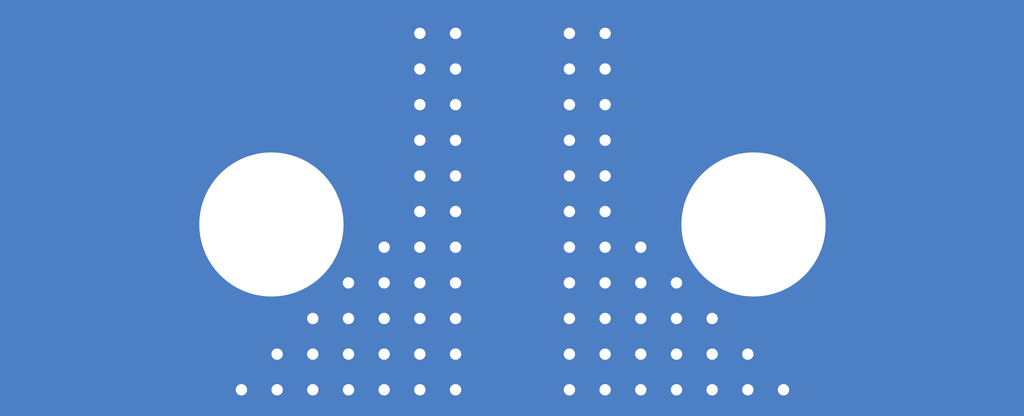
<source format=kicad_pcb>
(kicad_pcb (version 20171130) (host pcbnew "(5.1.8)-1")

  (general
    (thickness 1.6)
    (drawings 6)
    (tracks 76)
    (zones 0)
    (modules 0)
    (nets 1)
  )

  (page A4)
  (layers
    (0 F.Cu signal)
    (1 In1.Cu signal)
    (2 In2.Cu signal)
    (31 B.Cu signal)
    (32 B.Adhes user)
    (33 F.Adhes user)
    (34 B.Paste user)
    (35 F.Paste user)
    (36 B.SilkS user)
    (37 F.SilkS user)
    (38 B.Mask user)
    (39 F.Mask user)
    (40 Dwgs.User user)
    (41 Cmts.User user)
    (42 Eco1.User user)
    (43 Eco2.User user)
    (44 Edge.Cuts user)
    (45 Margin user)
    (46 B.CrtYd user)
    (47 F.CrtYd user)
    (48 B.Fab user)
    (49 F.Fab user)
  )

  (setup
    (last_trace_width 0.25)
    (trace_clearance 0.2)
    (zone_clearance 0.508)
    (zone_45_only no)
    (trace_min 0.2)
    (via_size 0.5)
    (via_drill 0.15)
    (via_min_size 0.5)
    (via_min_drill 0.15)
    (user_via 2.2 1.9)
    (uvia_size 0.3)
    (uvia_drill 0.1)
    (uvias_allowed no)
    (uvia_min_size 0.2)
    (uvia_min_drill 0.1)
    (edge_width 0.1)
    (segment_width 0.2)
    (pcb_text_width 0.3)
    (pcb_text_size 1.5 1.5)
    (mod_edge_width 0.15)
    (mod_text_size 1 1)
    (mod_text_width 0.15)
    (pad_size 1.524 1.524)
    (pad_drill 0.762)
    (pad_to_mask_clearance 0)
    (aux_axis_origin 0 0)
    (grid_origin 152.165 89.75)
    (visible_elements 7FFFFFFF)
    (pcbplotparams
      (layerselection 0x010fc_ffffffff)
      (usegerberextensions false)
      (usegerberattributes true)
      (usegerberadvancedattributes true)
      (creategerberjobfile true)
      (excludeedgelayer true)
      (linewidth 0.100000)
      (plotframeref false)
      (viasonmask false)
      (mode 1)
      (useauxorigin false)
      (hpglpennumber 1)
      (hpglpenspeed 20)
      (hpglpendiameter 15.000000)
      (psnegative false)
      (psa4output false)
      (plotreference true)
      (plotvalue true)
      (plotinvisibletext false)
      (padsonsilk false)
      (subtractmaskfromsilk false)
      (outputformat 1)
      (mirror false)
      (drillshape 1)
      (scaleselection 1)
      (outputdirectory ""))
  )

  (net 0 "")

  (net_class Default "Questo è il gruppo di collegamenti predefinito"
    (clearance 0.2)
    (trace_width 0.25)
    (via_dia 0.5)
    (via_drill 0.15)
    (uvia_dia 0.3)
    (uvia_drill 0.1)
  )

  (gr_poly (pts (xy 158.915 95.25) (xy 145.415 95.25) (xy 145.415 89.75) (xy 158.915 89.75)) (layer B.Cu) (width 0) (tstamp 5FC11C0A))
  (gr_poly (pts (xy 158.915 95.25) (xy 145.415 95.25) (xy 145.415 89.75) (xy 158.915 89.75)) (layer In2.Cu) (width 0) (tstamp 5FC11C0A))
  (gr_poly (pts (xy 158.915 95.25) (xy 145.415 95.25) (xy 145.415 89.75) (xy 158.915 89.75)) (layer In1.Cu) (width 0) (tstamp 5FC11C0A))
  (gr_poly (pts (xy 158.915 95.25) (xy 152.589089 95.25) (xy 152.589089 89.75) (xy 158.915 89.75)) (layer F.Cu) (width 0) (tstamp 5FC11C0A))
  (gr_poly (pts (xy 152.389089 95.25) (xy 151.940911 95.25) (xy 151.940911 89.75) (xy 152.389089 89.75)) (layer F.Cu) (width 0))
  (gr_poly (pts (xy 151.740911 95.25) (xy 145.415 95.25) (xy 145.415 89.75) (xy 151.740911 89.75)) (layer F.Cu) (width 0))

  (via (at 151.415 94.89) (size 0.5) (drill 0.15) (layers F.Cu B.Cu) (net 0))
  (via (at 150.945 94.89) (size 0.5) (drill 0.15) (layers F.Cu B.Cu) (net 0))
  (via (at 150.475 94.89) (size 0.5) (drill 0.15) (layers F.Cu B.Cu) (net 0))
  (via (at 150.005 94.89) (size 0.5) (drill 0.15) (layers F.Cu B.Cu) (net 0))
  (via (at 149.535 94.89) (size 0.5) (drill 0.15) (layers F.Cu B.Cu) (net 0))
  (via (at 149.065 94.89) (size 0.5) (drill 0.15) (layers F.Cu B.Cu) (net 0))
  (via (at 148.595 94.89) (size 0.5) (drill 0.15) (layers F.Cu B.Cu) (net 0))
  (via (at 149.065 94.42) (size 0.5) (drill 0.15) (layers F.Cu B.Cu) (net 0))
  (via (at 149.535 94.42) (size 0.5) (drill 0.15) (layers F.Cu B.Cu) (net 0))
  (via (at 150.005 94.42) (size 0.5) (drill 0.15) (layers F.Cu B.Cu) (net 0))
  (via (at 150.475 94.42) (size 0.5) (drill 0.15) (layers F.Cu B.Cu) (net 0))
  (via (at 150.945 94.42) (size 0.5) (drill 0.15) (layers F.Cu B.Cu) (net 0))
  (via (at 151.415 94.42) (size 0.5) (drill 0.15) (layers F.Cu B.Cu) (net 0))
  (via (at 151.415 93.95) (size 0.5) (drill 0.15) (layers F.Cu B.Cu) (net 0))
  (via (at 150.945 93.95) (size 0.5) (drill 0.15) (layers F.Cu B.Cu) (net 0))
  (via (at 150.475 93.95) (size 0.5) (drill 0.15) (layers F.Cu B.Cu) (net 0))
  (via (at 150.005 93.95) (size 0.5) (drill 0.15) (layers F.Cu B.Cu) (net 0))
  (via (at 149.535 93.95) (size 0.5) (drill 0.15) (layers F.Cu B.Cu) (net 0))
  (via (at 150.005 93.48) (size 0.5) (drill 0.15) (layers F.Cu B.Cu) (net 0))
  (via (at 150.475 93.48) (size 0.5) (drill 0.15) (layers F.Cu B.Cu) (net 0))
  (via (at 150.945 93.48) (size 0.5) (drill 0.15) (layers F.Cu B.Cu) (net 0))
  (via (at 151.415 93.48) (size 0.5) (drill 0.15) (layers F.Cu B.Cu) (net 0))
  (via (at 151.415 93.01) (size 0.5) (drill 0.15) (layers F.Cu B.Cu) (net 0))
  (via (at 150.945 93.01) (size 0.5) (drill 0.15) (layers F.Cu B.Cu) (net 0))
  (via (at 150.475 93.01) (size 0.5) (drill 0.15) (layers F.Cu B.Cu) (net 0))
  (via (at 150.945 92.54) (size 0.5) (drill 0.15) (layers F.Cu B.Cu) (net 0))
  (via (at 151.415 92.54) (size 0.5) (drill 0.15) (layers F.Cu B.Cu) (net 0))
  (via (at 151.415 92.07) (size 0.5) (drill 0.15) (layers F.Cu B.Cu) (net 0))
  (via (at 150.945 92.07) (size 0.5) (drill 0.15) (layers F.Cu B.Cu) (net 0))
  (via (at 150.945 91.6) (size 0.5) (drill 0.15) (layers F.Cu B.Cu) (net 0))
  (via (at 151.415 91.6) (size 0.5) (drill 0.15) (layers F.Cu B.Cu) (net 0))
  (via (at 150.945 91.13) (size 0.5) (drill 0.15) (layers F.Cu B.Cu) (net 0))
  (via (at 151.415 91.13) (size 0.5) (drill 0.15) (layers F.Cu B.Cu) (net 0))
  (via (at 151.415 90.66) (size 0.5) (drill 0.15) (layers F.Cu B.Cu) (net 0))
  (via (at 150.945 90.66) (size 0.5) (drill 0.15) (layers F.Cu B.Cu) (net 0))
  (via (at 150.945 90.19) (size 0.5) (drill 0.15) (layers F.Cu B.Cu) (net 0))
  (via (at 151.415 90.19) (size 0.5) (drill 0.15) (layers F.Cu B.Cu) (net 0))
  (via (at 152.915 94.89) (size 0.5) (drill 0.15) (layers F.Cu B.Cu) (net 0))
  (via (at 153.385 94.89) (size 0.5) (drill 0.15) (layers F.Cu B.Cu) (net 0))
  (via (at 153.855 94.89) (size 0.5) (drill 0.15) (layers F.Cu B.Cu) (net 0))
  (via (at 154.325 94.89) (size 0.5) (drill 0.15) (layers F.Cu B.Cu) (net 0))
  (via (at 154.795 94.89) (size 0.5) (drill 0.15) (layers F.Cu B.Cu) (net 0))
  (via (at 155.265 94.89) (size 0.5) (drill 0.15) (layers F.Cu B.Cu) (net 0))
  (via (at 155.735 94.89) (size 0.5) (drill 0.15) (layers F.Cu B.Cu) (net 0))
  (via (at 152.915 94.42) (size 0.5) (drill 0.15) (layers F.Cu B.Cu) (net 0))
  (via (at 153.385 94.42) (size 0.5) (drill 0.15) (layers F.Cu B.Cu) (net 0))
  (via (at 153.855 94.42) (size 0.5) (drill 0.15) (layers F.Cu B.Cu) (net 0))
  (via (at 154.325 94.42) (size 0.5) (drill 0.15) (layers F.Cu B.Cu) (net 0))
  (via (at 154.795 94.42) (size 0.5) (drill 0.15) (layers F.Cu B.Cu) (net 0))
  (via (at 155.265 94.42) (size 0.5) (drill 0.15) (layers F.Cu B.Cu) (net 0))
  (via (at 152.915 93.95) (size 0.5) (drill 0.15) (layers F.Cu B.Cu) (net 0))
  (via (at 153.385 93.95) (size 0.5) (drill 0.15) (layers F.Cu B.Cu) (net 0))
  (via (at 153.855 93.95) (size 0.5) (drill 0.15) (layers F.Cu B.Cu) (net 0))
  (via (at 154.325 93.95) (size 0.5) (drill 0.15) (layers F.Cu B.Cu) (net 0))
  (via (at 154.795 93.95) (size 0.5) (drill 0.15) (layers F.Cu B.Cu) (net 0))
  (via (at 154.325 93.48) (size 0.5) (drill 0.15) (layers F.Cu B.Cu) (net 0))
  (via (at 153.855 93.48) (size 0.5) (drill 0.15) (layers F.Cu B.Cu) (net 0))
  (via (at 152.915 93.48) (size 0.5) (drill 0.15) (layers F.Cu B.Cu) (net 0))
  (via (at 153.385 93.48) (size 0.5) (drill 0.15) (layers F.Cu B.Cu) (net 0))
  (via (at 152.915 93.01) (size 0.5) (drill 0.15) (layers F.Cu B.Cu) (net 0))
  (via (at 153.385 93.01) (size 0.5) (drill 0.15) (layers F.Cu B.Cu) (net 0))
  (via (at 153.855 93.01) (size 0.5) (drill 0.15) (layers F.Cu B.Cu) (net 0))
  (via (at 153.385 92.54) (size 0.5) (drill 0.15) (layers F.Cu B.Cu) (net 0))
  (via (at 152.915 92.54) (size 0.5) (drill 0.15) (layers F.Cu B.Cu) (net 0))
  (via (at 152.915 92.07) (size 0.5) (drill 0.15) (layers F.Cu B.Cu) (net 0))
  (via (at 153.385 92.07) (size 0.5) (drill 0.15) (layers F.Cu B.Cu) (net 0))
  (via (at 153.385 91.6) (size 0.5) (drill 0.15) (layers F.Cu B.Cu) (net 0))
  (via (at 152.915 91.6) (size 0.5) (drill 0.15) (layers F.Cu B.Cu) (net 0))
  (via (at 152.915 91.13) (size 0.5) (drill 0.15) (layers F.Cu B.Cu) (net 0))
  (via (at 153.385 91.13) (size 0.5) (drill 0.15) (layers F.Cu B.Cu) (net 0))
  (via (at 153.385 90.66) (size 0.5) (drill 0.15) (layers F.Cu B.Cu) (net 0))
  (via (at 152.915 90.66) (size 0.5) (drill 0.15) (layers F.Cu B.Cu) (net 0))
  (via (at 152.915 90.19) (size 0.5) (drill 0.15) (layers F.Cu B.Cu) (net 0))
  (via (at 153.385 90.19) (size 0.5) (drill 0.15) (layers F.Cu B.Cu) (net 0))
  (via (at 155.34 92.71) (size 2.2) (drill 1.9) (layers F.Cu B.Cu) (net 0))
  (via (at 148.99 92.71) (size 2.2) (drill 1.9) (layers F.Cu B.Cu) (net 0))

)

</source>
